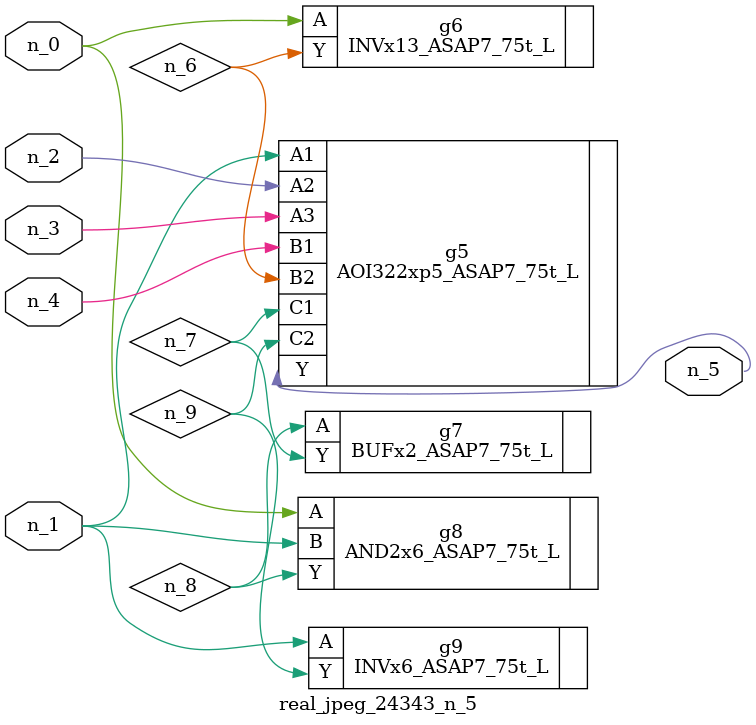
<source format=v>
module real_jpeg_24343_n_5 (n_4, n_0, n_1, n_2, n_3, n_5);

input n_4;
input n_0;
input n_1;
input n_2;
input n_3;

output n_5;

wire n_8;
wire n_6;
wire n_7;
wire n_9;

INVx13_ASAP7_75t_L g6 ( 
.A(n_0),
.Y(n_6)
);

AND2x6_ASAP7_75t_L g8 ( 
.A(n_0),
.B(n_1),
.Y(n_8)
);

AOI322xp5_ASAP7_75t_L g5 ( 
.A1(n_1),
.A2(n_2),
.A3(n_3),
.B1(n_4),
.B2(n_6),
.C1(n_7),
.C2(n_9),
.Y(n_5)
);

INVx6_ASAP7_75t_L g9 ( 
.A(n_1),
.Y(n_9)
);

BUFx2_ASAP7_75t_L g7 ( 
.A(n_8),
.Y(n_7)
);


endmodule
</source>
